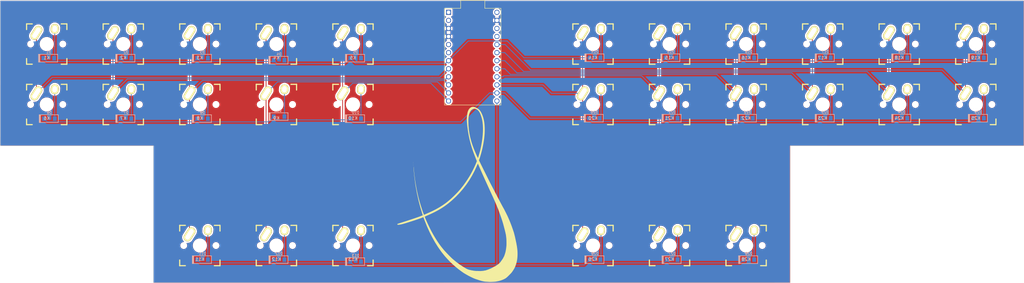
<source format=kicad_pcb>
(kicad_pcb (version 20221018) (generator pcbnew)
  (layers (0 "F.Cu" signal) (31 "B.Cu" signal) (34 "B.Paste" user) (35 "F.Paste" user) (36 "B.SilkS" user "B.Silkscreen") (37 "F.SilkS" user "F.Silkscreen") (38 "B.Mask" user) (39 "F.Mask" user) (44 "Edge.Cuts" user))
  (net 0 "")
  (net 1 "Net-(D1-A)")
  (net 2 "/Row0")
  (net 3 "Net-(D2-A)")
  (net 4 "Net-(D3-A)")
  (net 5 "Net-(D4-A)")
  (net 6 "Net-(D5-A)")
  (net 7 "Net-(D6-A)")
  (net 8 "/Row1")
  (net 9 "Net-(D7-A)")
  (net 10 "Net-(D8-A)")
  (net 11 "Net-(D9-A)")
  (net 12 "Net-(D10-A)")
  (net 13 "Net-(D11-A)")
  (net 14 "/Row2")
  (net 15 "Net-(D12-A)")
  (net 16 "Net-(D13-A)")
  (net 17 "Net-(D14-A)")
  (net 18 "Net-(D15-A)")
  (net 19 "Net-(D16-A)")
  (net 20 "Net-(D17-A)")
  (net 21 "Net-(D18-A)")
  (net 22 "Net-(D19-A)")
  (net 23 "Net-(D20-A)")
  (net 24 "Net-(D21-A)")
  (net 25 "Net-(D22-A)")
  (net 26 "Net-(D23-A)")
  (net 27 "Net-(D24-A)")
  (net 28 "Net-(D25-A)")
  (net 29 "Net-(D26-A)")
  (net 30 "Net-(D27-A)")
  (net 31 "Net-(D28-A)")
  (net 32 "/Col0")
  (net 33 "/Col1")
  (net 34 "/Col2")
  (net 35 "/Col3")
  (net 36 "/Col4")
  (net 37 "/Col5")
  (net 38 "/Col6")
  (net 39 "/Col7")
  (net 40 "/Col8")
  (net 41 "/Col9")
  (net 42 "/Col10")
  (net 49 "VCC")
  (net 50 "GND")
  (footprint "new:Mx_Alps_125" (layer "F.Cu") (at 254.08 100.04)
    (fp_text reference "K15")
    (fp_text value "KEYSW" hide)
  )
  (footprint "new:Mx_Alps_125" (layer "F.Cu") (at 57.785 119.09)
    (fp_text reference "K6")
    (fp_text value "KEYSW" hide)
  )
  (footprint "new:Mx_Alps_125" (layer "F.Cu") (at 229.95 163.54)
    (fp_text reference "K26")
    (fp_text value "KEYSW" hide)
  )
  (footprint "new:Mx_Alps_125" (layer "F.Cu") (at 350.6 119.09)
    (fp_text reference "K25")
    (fp_text value "KEYSW" hide)
  )
  (footprint "new:Mx_Alps_125" (layer "F.Cu") (at 302.34 100.04)
    (fp_text reference "K17")
    (fp_text value "KEYSW" hide)
  )
  (footprint "new:Mx_Alps_125" (layer "F.Cu") (at 254.08 163.54)
    (fp_text reference "K27")
    (fp_text value "KEYSW" hide)
  )
  (footprint "new:Mx_Alps_125" (layer "F.Cu") (at 326.47 100.04)
    (fp_text reference "K18")
    (fp_text value "KEYSW" hide)
  )
  (footprint "new:Mx_Alps_125" (layer "F.Cu") (at 130.175 100.04)
    (fp_text reference "K4")
    (fp_text value "KEYSW" hide)
  )
  (footprint "new:Mx_Alps_125" (layer "F.Cu") (at 254.08 119.09)
    (fp_text reference "K21")
    (fp_text value "KEYSW" hide)
  )
  (footprint "new:Mx_Alps_125" (layer "F.Cu") (at 106.045 119.09)
    (fp_text reference "K8")
    (fp_text value "KEYSW" hide)
  )
  (footprint "new:Mx_Alps_125" (layer "F.Cu") (at 130.175 163.54)
    (fp_text reference "K12")
    (fp_text value "KEYSW" hide)
  )
  (footprint "new:Mx_Alps_125" (layer "F.Cu") (at 106.045 100.04)
    (fp_text reference "K3")
    (fp_text value "KEYSW" hide)
  )
  (footprint "new:Mx_Alps_125" (layer "F.Cu") (at 278.21 119.09)
    (fp_text reference "K22")
    (fp_text value "KEYSW" hide)
  )
  (footprint "new:Mx_Alps_125" (layer "F.Cu") (at 57.785 100.04)
    (fp_text reference "K1")
    (fp_text value "KEYSW" hide)
  )
  (footprint "new:Mx_Alps_125" (layer "F.Cu") (at 229.95 119.09)
    (fp_text reference "K20")
    (fp_text value "KEYSW" hide)
  )
  (footprint "new:Mx_Alps_125" (layer "F.Cu") (at 326.47 119.09)
    (fp_text reference "K24")
    (fp_text value "KEYSW" hide)
  )
  (footprint "new:ProMicro-EnforcedTop" (layer "F.Cu") (at 192.0494 104.013 -90)
    (fp_text reference "U1" hide)
    (fp_text value "ProMicro")
  )
  (footprint "LOGO" (layer "F.Cu") (at 193.5734 146.685)
    (fp_text reference "")
    (fp_text value "LOGO" hide)
  )
  (footprint "new:Mx_Alps_125" (layer "F.Cu") (at 350.6 100.04)
    (fp_text reference "K19")
    (fp_text value "KEYSW" hide)
  )
  (footprint "new:Mx_Alps_125" (layer "F.Cu") (at 302.34 119.09)
    (fp_text reference "K23")
    (fp_text value "KEYSW" hide)
  )
  (footprint "new:Mx_Alps_125" (layer "F.Cu") (at 154.305 100.04)
    (fp_text reference "K5")
    (fp_text value "KEYSW" hide)
  )
  (footprint "new:Mx_Alps_125" (layer "F.Cu") (at 130.175 119.09)
    (fp_text reference "K9")
    (fp_text value "KEYSW" hide)
  )
  (footprint "new:Mx_Alps_125" (layer "F.Cu") (at 81.915 119.09)
    (fp_text reference "K7")
    (fp_text value "KEYSW" hide)
  )
  (footprint "new:Mx_Alps_125" (layer "F.Cu") (at 81.915 100.04)
    (fp_text reference "K2")
    (fp_text value "KEYSW" hide)
  )
  (footprint "new:Mx_Alps_125" (layer "F.Cu") (at 154.305 163.54)
    (fp_text reference "K13")
    (fp_text value "KEYSW" hide)
  )
  (footprint "new:Mx_Alps_125" (layer "F.Cu") (at 229.95 100.04)
    (fp_text reference "K14")
    (fp_text value "KEYSW" hide)
  )
  (footprint "new:Mx_Alps_125" (layer "F.Cu") (at 106.045 163.54)
    (fp_text reference "K11")
    (fp_text value "KEYSW" hide)
  )
  (footprint "new:Mx_Alps_125" (layer "F.Cu") (at 278.21 100.04)
    (fp_text reference "K16")
    (fp_text value "KEYSW" hide)
  )
  (footprint "new:Mx_Alps_125" (layer "F.Cu") (at 278.21 163.54)
    (fp_text reference "K28")
    (fp_text value "KEYSW" hide)
  )
  (footprint "new:Mx_Alps_125" (layer "F.Cu") (at 154.305 119.09)
    (fp_text reference "K10")
    (fp_text value "KEYSW" hide)
  )
  (footprint "new:D_SOD123" (layer "B.Cu") (at 106.885 123.535)
    (fp_text reference "D8")
    (fp_text value "D" hide)
  )
  (footprint "new:D_SOD123" (layer "B.Cu") (at 279.05 104.358)
    (fp_text reference "D16")
    (fp_text value "D" hide)
  )
  (footprint "new:D_SOD123" (layer "B.Cu") (at 254.92 167.985)
    (fp_text reference "D27")
    (fp_text value "D" hide)
  )
  (footprint "new:D_SOD123" (layer "B.Cu") (at 230.38 123.408)
    (fp_text reference "D20")
    (fp_text value "D" hide)
  )
  (footprint "new:D_SOD123" (layer "B.Cu") (at 58.625 123.535)
    (fp_text reference "D6")
    (fp_text value "D" hide)
  )
  (footprint "new:D_SOD123" (layer "B.Cu") (at 106.885 167.985)
    (fp_text reference "D11")
    (fp_text value "D" hide)
  )
  (footprint "new:D_SOD123" (layer "B.Cu") (at 254.92 123.408)
    (fp_text reference "D21")
    (fp_text value "D" hide)
  )
  (footprint "new:D_SOD123" (layer "B.Cu") (at 303.18 123.408)
    (fp_text reference "D23")
    (fp_text value "D" hide)
  )
  (footprint "new:D_SOD123" (layer "B.Cu") (at 131.015 105.12)
    (fp_text reference "D4")
    (fp_text value "D" hide)
  )
  (footprint "new:D_SOD123" (layer "B.Cu") (at 327.31 104.358)
    (fp_text reference "D18")
    (fp_text value "D" hide)
  )
  (footprint "new:D_SOD123" (layer "B.Cu") (at 131.015 122.9)
    (fp_text reference "D9")
    (fp_text value "D" hide)
  )
  (footprint "new:D_SOD123" (layer "B.Cu") (at 279.05 167.985)
    (fp_text reference "D28")
    (fp_text value "D" hide)
  )
  (footprint "new:D_SOD123" (layer "B.Cu") (at 230.585 167.985)
    (fp_text reference "D26")
    (fp_text value "D" hide)
  )
  (footprint "new:D_SOD123" (layer "B.Cu") (at 278.64 123.408)
    (fp_text reference "D22")
    (fp_text value "D" hide)
  )
  (footprint "new:D_SOD123" (layer "B.Cu") (at 303.18 104.358)
    (fp_text reference "D17")
    (fp_text value "D" hide)
  )
  (footprint "new:D_SOD123" (layer "B.Cu") (at 351.44 123.408)
    (fp_text reference "D25")
    (fp_text value "D" hide)
  )
  (footprint "new:D_SOD123" (layer "B.Cu") (at 327.31 123.408)
    (fp_text reference "D24")
    (fp_text value "D" hide)
  )
  (footprint "new:D_SOD123" (layer "B.Cu") (at 155.145 168.62)
    (fp_text reference "D13")
    (fp_text value "D" hide)
  )
  (footprint "new:D_SOD123" (layer "B.Cu") (at 155.145 104.485)
    (fp_text reference "D5")
    (fp_text value "D" hide)
  )
  (footprint "new:D_SOD123" (layer "B.Cu") (at 82.755 104.485)
    (fp_text reference "D2")
    (fp_text value "D" hide)
  )
  (footprint "new:D_SOD123" (layer "B.Cu") (at 230.585 104.358)
    (fp_text reference "D14")
    (fp_text value "D" hide)
  )
  (footprint "new:D_SOD123" (layer "B.Cu") (at 131.015 167.985)
    (fp_text reference "D12")
    (fp_text value "D" hide)
  )
  (footprint "new:D_SOD123" (layer "B.Cu") (at 254.51 104.358)
    (fp_text reference "D15")
    (fp_text value "D" hide)
  )
  (footprint "new:D_SOD123" (layer "B.Cu") (at 106.885 104.485)
    (fp_text reference "D3")
    (fp_text value "D" hide)
  )
  (footprint "new:D_SOD123" (layer "B.Cu") (at 82.755 123.535)
    (fp_text reference "D7")
    (fp_text value "D" hide)
  )
  (footprint "new:D_SOD123" (layer "B.Cu") (at 351.44 104.358)
    (fp_text reference "D19")
    (fp_text value "D" hide)
  )
  (footprint "new:D_SOD123" (layer "B.Cu") (at 58.42 104.485)
    (fp_text reference "D1")
    (fp_text value "D" hide)
  )
  (footprint "new:D_SOD123" (layer "B.Cu") (at 155.145 123.535)
    (fp_text reference "D10")
    (fp_text value "D" hide)
  )
  (gr_line (start 91.44 132.08) (end 91.44 175.26) (stroke (width 0.1)) (layer "Edge.Cuts"))
  (gr_line (start 43.18 132.08) (end 91.44 132.08) (stroke (width 0.1)) (layer "Edge.Cuts"))
  (gr_line (start 365.76 132.08) (end 365.76 86.36) (stroke (width 0.1)) (layer "Edge.Cuts"))
  (gr_line (start 43.18 88.9) (end 43.18 132.08) (stroke (width 0.1)) (layer "Edge.Cuts"))
  (gr_line (start 292.1 175.26) (end 292.1 132.08) (stroke (width 0.1)) (layer "Edge.Cuts"))
  (gr_line (start 292.1 132.08) (end 365.76 132.08) (stroke (width 0.1)) (layer "Edge.Cuts"))
  (gr_line (start 91.44 175.26) (end 292.1 175.26) (stroke (width 0.1)) (layer "Edge.Cuts"))
  (gr_line (start 365.76 86.36) (end 43.18 86.36) (stroke (width 0.1)) (layer "Edge.Cuts"))
  (gr_line (start 43.18 86.36) (end 43.18 88.9) (stroke (width 0.1)) (layer "Edge.Cuts"))
  (segment (start 60.305 104.3) (end 60.12 104.485) (width 0.25) (layer "B.Cu") (net 1))
  (segment (start 60.305 95.25) (end 60.305 104.3) (width 0.25) (layer "B.Cu") (net 1))
  (segment (start 57.745 105.51) (end 80.03 105.51) (width 0.25) (layer "B.Cu") (net 2))
  (segment (start 155.042999 106.082999) (end 153.445 104.485) (width 0.25) (layer "B.Cu") (net 2))
  (segment (start 130.34 106.145) (end 129.315 105.12) (width 0.25) (layer "B.Cu") (net 2))
  (segment (start 104.16 105.51) (end 82.08 105.51) (width 0.25) (layer "B.Cu") (net 2))
  (segment (start 183.629401 106.082999) (end 155.042999 106.082999) (width 0.25) (layer "B.Cu") (net 2))
  (segment (start 301.48 104.358) (end 300.455 105.383) (width 0.25) (layer "B.Cu") (net 2))
  (segment (start 300.455 105.383) (end 278.375 105.383) (width 0.25) (layer "B.Cu") (net 2))
  (segment (start 228.885 104.358) (end 208.188991 104.358) (width 0.25) (layer "B.Cu") (net 2))
  (segment (start 106.21 105.51) (end 105.185 104.485) (width 0.25) (layer "B.Cu") (net 2))
  (segment (start 251.785 105.383) (end 252.81 104.358) (width 0.25) (layer "B.Cu") (net 2))
  (segment (start 202.908991 99.078) (end 208.188991 104.358) (width 0.25) (layer "B.Cu") (net 2))
  (segment (start 151.785 106.145) (end 130.34 106.145) (width 0.25) (layer "B.Cu") (net 2))
  (segment (start 128.925 105.51) (end 106.21 105.51) (width 0.25) (layer "B.Cu") (net 2))
  (segment (start 348.715 105.383) (end 326.635 105.383) (width 0.25) (layer "B.Cu") (net 2))
  (segment (start 325.61 104.358) (end 324.585 105.383) (width 0.25) (layer "B.Cu") (net 2))
  (segment (start 228.885 104.358) (end 229.91 105.383) (width 0.25) (layer "B.Cu") (net 2))
  (segment (start 276.325 105.383) (end 277.35 104.358) (width 0.25) (layer "B.Cu") (net 2))
  (segment (start 253.835 105.383) (end 276.325 105.383) (width 0.25) (layer "B.Cu") (net 2))
  (segment (start 190.6344 99.078) (end 202.908991 99.078) (width 0.25) (layer "B.Cu") (net 2))
  (segment (start 229.91 105.383) (end 251.785 105.383) (width 0.25) (layer "B.Cu") (net 2))
  (segment (start 252.81 104.358) (end 253.835 105.383) (width 0.25) (layer "B.Cu") (net 2))
  (segment (start 56.72 104.485) (end 57.745 105.51) (width 0.25) (layer "B.Cu") (net 2))
  (segment (start 184.4294 105.283) (end 190.6344 99.078) (width 0.25) (layer "B.Cu") (net 2))
  (segment (start 105.185 104.485) (end 104.16 105.51) (width 0.25) (layer "B.Cu") (net 2))
  (segment (start 349.74 104.358) (end 348.715 105.383) (width 0.25) (layer "B.Cu") (net 2))
  (segment (start 129.315 105.12) (end 128.925 105.51) (width 0.25) (layer "B.Cu") (net 2))
  (segment (start 184.4294 105.283) (end 183.629401 106.082999) (width 0.25) (layer "B.Cu") (net 2))
  (segment (start 80.03 105.51) (end 81.055 104.485) (width 0.25) (layer "B.Cu") (net 2))
  (segment (start 324.585 105.383) (end 302.505 105.383) (width 0.25) (layer "B.Cu") (net 2))
  (segment (start 302.505 105.383) (end 301.48 104.358) (width 0.25) (layer "B.Cu") (net 2))
  (segment (start 278.375 105.383) (end 277.35 104.358) (width 0.25) (layer "B.Cu") (net 2))
  (segment (start 151.785 106.145) (end 153.445 104.485) (width 0.25) (layer "B.Cu") (net 2))
  (segment (start 326.635 105.383) (end 325.61 104.358) (width 0.25) (layer "B.Cu") (net 2))
  (segment (start 82.08 105.51) (end 81.055 104.485) (width 0.25) (layer "B.Cu") (net 2))
  (segment (start 84.435 95.25) (end 84.435 104.465) (width 0.25) (layer "B.Cu") (net 3))
  (segment (start 84.435 104.465) (end 84.455 104.485) (width 0.25) (layer "B.Cu") (net 3))
  (segment (start 108.565 95.25) (end 108.565 104.465) (width 0.25) (layer "B.Cu") (net 4))
  (segment (start 108.565 104.465) (end 108.585 104.485) (width 0.25) (layer "B.Cu") (net 4))
  (segment (start 132.695 95.25) (end 132.695 105.1) (width 0.25) (layer "B.Cu") (net 5))
  (segment (start 132.695 105.1) (end 132.715 105.12) (width 0.25) (layer "B.Cu") (net 5))
  (segment (start 156.825 104.465) (end 156.845 104.485) (width 0.25) (layer "B.Cu") (net 6))
  (segment (start 156.825 95.25) (end 156.825 104.465) (width 0.25) (layer "B.Cu") (net 6))
  (segment (start 60.305 123.515) (end 60.325 123.535) (width 0.25) (layer "B.Cu") (net 7))
  (segment (start 60.305 114.3) (end 60.305 123.515) (width 0.25) (layer "B.Cu") (net 7))
  (segment (start 210.118 123.408) (end 202.153 115.443) (width 0.25) (layer "B.Cu") (net 8))
  (segment (start 153.445 123.535) (end 154.47 124.56) (width 0.25) (layer "B.Cu") (net 8))
  (segment (start 127.655 124.56) (end 106.21 124.56) (width 0.25) (layer "B.Cu") (net 8))
  (segment (start 106.21 124.56) (end 105.185 123.535) (width 0.25) (layer "B.Cu") (net 8))
  (segment (start 104.16 124.56) (end 82.08 124.56) (width 0.25) (layer "B.Cu") (net 8))
  (segment (start 254.245 124.433) (end 275.915 124.433) (width 0.25) (layer "B.Cu") (net 8))
  (segment (start 202.153 115.443) (end 199.6694 115.443) (width 0.25) (layer "B.Cu") (net 8))
  (segment (start 130.34 123.925) (end 129.315 122.9) (width 0.25) (layer "B.Cu") (net 8))
  (segment (start 154.47 124.56) (end 188.21 124.56) (width 0.25) (layer "B.Cu") (net 8))
  (segment (start 229.705 124.433) (end 252.195 124.433) (width 0.25) (layer "B.Cu") (net 8))
  (segment (start 348.715 124.433) (end 349.74 123.408) (width 0.25) (layer "B.Cu") (net 8))
  (segment (start 275.915 124.433) (end 276.94 123.408) (width 0.25) (layer "B.Cu") (net 8))
  (segment (start 228.68 123.408) (end 229.705 124.433) (width 0.25) (layer "B.Cu") (net 8))
  (segment (start 326.635 124.433) (end 348.715 124.433) (width 0.25) (layer "B.Cu") (net 8))
  (segment (start 276.94 123.408) (end 277.965 124.433) (width 0.25) (layer "B.Cu") (net 8))
  (segment (start 80.03 124.56) (end 57.95 124.56) (width 0.25) (layer "B.Cu") (net 8))
  (segment (start 129.315 122.9) (end 127.655 124.56) (width 0.25) (layer "B.Cu") (net 8))
  (segment (start 210.118 123.408) (end 228.68 123.408) (width 0.25) (layer "B.Cu") (net 8))
  (segment (start 324.585 124.433) (end 325.61 123.408) (width 0.25) (layer "B.Cu") (net 8))
  (segment (start 153.055 123.925) (end 130.34 123.925) (width 0.25) (layer "B.Cu") (net 8))
  (segment (start 301.48 123.408) (end 302.505 124.433) (width 0.25) (layer "B.Cu") (net 8))
  (segment (start 253.22 123.408) (end 254.245 124.433) (width 0.25) (layer "B.Cu") (net 8))
  (segment (start 277.965 124.433) (end 300.455 124.433) (width 0.25) (layer "B.Cu") (net 8))
  (segment (start 325.61 123.408) (end 326.635 124.433) (width 0.25) (layer "B.Cu") (net 8))
  (segment (start 197.327 115.443) (end 199.6694 115.443) (width 0.25) (layer "B.Cu") (net 8))
  (segment (start 57.95 124.56) (end 56.925 123.535) (width 0.25) (layer "B.Cu") (net 8))
  (segment (start 188.21 124.56) (end 197.327 115.443) (width 0.25) (layer "B.Cu") (net 8))
  (segment (start 81.055 123.535) (end 80.03 124.56) (width 0.25) (layer "B.Cu") (net 8))
  (segment (start 300.455 124.433) (end 301.48 123.408) (width 0.25) (layer "B.Cu") (net 8))
  (segment (start 82.08 124.56) (end 81.055 123.535) (width 0.25) (layer "B.Cu") (net 8))
  (segment (start 302.505 124.433) (end 324.585 124.433) (width 0.25) (layer "B.Cu") (net 8))
  (segment (start 252.195 124.433) (end 253.22 123.408) (width 0.25) (layer "B.Cu") (net 8))
  (segment (start 105.185 123.535) (end 104.16 124.56) (width 0.25) (layer "B.Cu") (net 8))
  (segment (start 84.435 114.3) (end 84.435 123.515) (width 0.25) (layer "B.Cu") (net 9))
  (segment (start 84.435 123.515) (end 84.455 123.535) (width 0.25) (layer "B.Cu") (net 9))
  (segment (start 108.565 123.515) (end 108.585 123.535) (width 0.25) (layer "B.Cu") (net 10))
  (segment (start 108.565 114.3) (end 108.565 123.515) (width 0.25) (layer "B.Cu") (net 10))
  (segment (start 132.695 114.3) (end 132.695 122.88) (width 0.25) (layer "B.Cu") (net 11))
  (segment (start 132.695 122.88) (end 132.715 122.9) (width 0.25) (layer "B.Cu") (net 11))
  (segment (start 156.825 123.515) (end 156.845 123.535) (width 0.25) (layer "B.Cu") (net 12))
  (segment (start 156.825 114.3) (end 156.825 123.515) (width 0.25) (layer "B.Cu") (net 12))
  (segment (start 108.565 167.965) (end 108.585 167.985) (width 0.25) (layer "B.Cu") (net 13))
  (segment (start 108.565 158.75) (end 108.565 167.965) (width 0.25) (layer "B.Cu") (net 13))
  (segment (start 130.34 169.01) (end 129.315 167.985) (width 0.25) (layer "B.Cu") (net 14))
  (segment (start 252.195 169.01) (end 229.91 169.01) (width 0.25) (layer "B.Cu") (net 14))
  (segment (start 128.29 169.01) (end 129.315 167.985) (width 0.25) (layer "B.Cu") (net 14))
  (segment (start 199.6694 169.5434) (end 199.771 169.645) (width 0.25) (layer "B.Cu") (net 14))
  (segment (start 153.055 169.01) (end 130.34 169.01) (width 0.25) (layer "B.Cu") (net 14))
  (segment (start 198.12 169.645) (end 199.771 169.645) (width 0.25) (layer "B.Cu") (net 14))
  (segment (start 105.185 167.985) (end 106.21 169.01) (width 0.25) (layer "B.Cu") (net 14))
  (segment (start 106.21 169.01) (end 128.29 169.01) (width 0.25) (layer "B.Cu") (net 14))
  (segment (start 199.6694 117.983) (end 199.6694 169.5434) (width 0.25) (layer "B.Cu") (net 14))
  (segment (start 153.445 168.62) (end 153.055 169.01) (width 0.25) (layer "B.Cu") (net 14))
  (segment (start 276.325 169.01) (end 254.245 169.01) (width 0.25) (layer "B.Cu") (net 14))
  (segment (start 183 169.645) (end 198.12 169.645) (width 0.25) (layer "B.Cu") (net 14))
  (segment (start 227.225 169.645) (end 228.885 167.985) (width 0.25) (layer "B.Cu") (net 14))
  (segment (start 277.35 167.985) (end 276.325 169.01) (width 0.25) (layer "B.Cu") (net 14))
  (segment (start 253.22 167.985) (end 252.195 169.01) (width 0.25) (layer "B.Cu") (net 14))
  (segment (start 229.91 169.01) (end 228.885 167.985) (width 0.25) (layer "B.Cu") (net 14))
  (segment (start 254.245 169.01) (end 253.22 167.985) (width 0.25) (layer "B.Cu") (net 14))
  (segment (start 153.445 168.62) (end 154.47 169.645) (width 0.25) (layer "B.Cu") (net 14))
  (segment (start 199.771 169.645) (end 227.225 169.645) (width 0.25) (layer "B.Cu") (net 14))
  (segment (start 154.47 169.645) (end 183 169.645) (width 0.25) (layer "B.Cu") (net 14))
  (segment (start 132.715 167.985) (end 132.715 158.77) (width 0.25) (layer "B.Cu") (net 15))
  (segment (start 132.715 158.77) (end 132.695 158.75) (width 0.25) (layer "B.Cu") (net 15))
  (segment (start 156.845 168.62) (end 156.845 158.77) (width 0.25) (layer "B.Cu") (net 16))
  (segment (start 156.845 158.77) (end 156.825 158.75) (width 0.25) (layer "B.Cu") (net 16))
  (segment (start 232.47 95.25) (end 232.47 104.173) (width 0.25) (layer "B.Cu") (net 17))
  (segment (start 232.47 104.173) (end 232.285 104.358) (width 0.25) (layer "B.Cu") (net 17))
  (segment (start 256.6 103.968) (end 256.21 104.358) (width 0.25) (layer "B.Cu") (net 18))
  (segment (start 256.6 95.25) (end 256.6 103.968) (width 0.25) (layer "B.Cu") (net 18))
  (segment (start 280.73 104.338) (end 280.75 104.358) (width 0.25) (layer "B.Cu") (net 19))
  (segment (start 280.73 95.25) (end 280.73 104.338) (width 0.25) (layer "B.Cu") (net 19))
  (segment (start 304.86 95.25) (end 304.86 104.338) (width 0.25) (layer "B.Cu") (net 20))
  (segment (start 304.86 104.338) (end 304.88 104.358) (width 0.25) (layer "B.Cu") (net 20))
  (segment (start 328.99 95.25) (end 328.99 104.338) (width 0.25) (layer "B.Cu") (net 21))
  (segment (start 328.99 104.338) (end 329.01 104.358) (width 0.25) (layer "B.Cu") (net 21))
  (segment (start 353.12 104.338) (end 353.14 104.358) (width 0.25) (layer "B.Cu") (net 22))
  (segment (start 353.12 95.25) (end 353.12 104.338) (width 0.25) (layer "B.Cu") (net 22))
  (segment (start 232.47 123.018) (end 232.08 123.408) (width 0.25) (layer "B.Cu") (net 23))
  (segment (start 232.47 114.3) (end 232.47 123.018) (width 0.25) (layer "B.Cu") (net 23))
  (segment (start 256.6 114.3) (end 256.6 123.388) (width 0.25) (layer "B.Cu") (net 24))
  (segment (start 256.6 123.388) (end 256.62 123.408) (width 0.25) (layer "B.Cu") (net 24))
  (segment (start 280.73 123.018) (end 280.34 123.408) (width 0.25) (layer "B.Cu") (net 25))
  (segment (start 280.73 114.3) (end 280.73 123.018) (width 0.25) (layer "B.Cu") (net 25))
  (segment (start 304.86 114.3) (end 304.86 123.388) (width 0.25) (layer "B.Cu") (net 26))
  (segment (start 304.86 123.388) (end 304.88 123.408) (width 0.25) (layer "B.Cu") (net 26))
  (segment (start 328.99 114.3) (end 328.99 123.388) (width 0.25) (layer "B.Cu") (net 27))
  (segment (start 328.99 123.388) (end 329.01 123.408) (width 0.25) (layer "B.Cu") (net 27))
  (segment (start 353.12 114.3) (end 353.12 123.388) (width 0.25) (layer "B.Cu") (net 28))
  (segment (start 353.12 123.388) (end 353.14 123.408) (width 0.25) (layer "B.Cu") (net 28))
  (segment (start 232.47 158.75) (end 232.47 167.8) (width 0.25) (layer "B.Cu") (net 29))
  (segment (start 232.47 167.8) (end 232.285 167.985) (width 0.25) (layer "B.Cu") (net 29))
  (segment (start 256.6 167.965) (end 256.62 167.985) (width 0.25) (layer "B.Cu") (net 30))
  (segment (start 256.6 158.75) (end 256.6 167.965) (width 0.25) (layer "B.Cu") (net 30))
  (segment (start 280.73 167.965) (end 280.75 167.985) (width 0.25) (layer "B.Cu") (net 31))
  (segment (start 280.73 158.75) (end 280.73 167.965) (width 0.25) (layer "B.Cu") (net 31))
  (segment (start 54.53 115.57) (end 54.53 96.52) (width 0.25) (layer "F.Cu") (net 32))
  (segment (start 181.657452 110.594948) (end 184.4294 107.823) (width 0.25) (layer "B.Cu") (net 32))
  (segment (start 179.225748 110.594948) (end 181.657452 110.594948) (width 0.25) (layer "B.Cu") (net 32))
  (segment (start 179.2208 110.59) (end 179.225748 110.594948) (width 0.25) (layer "B.Cu") (net 32))
  (segment (start 59.51 110.59) (end 179.2208 110.59) (width 0.25) (layer "B.Cu") (net 32))
  (segment (start 54.53 115.57) (end 59.51 110.59) (width 0.25) (layer "B.Cu") (net 32))
  (segment (start 78.66 115.57) (end 78.66 96.52) (width 0.25) (layer "F.Cu") (net 33))
  (segment (start 83.185052 111.044948) (end 183.747452 111.044948) (width 0.25) (layer "B.Cu") (net 33))
  (segment (start 183.747452 111.044948) (end 184.4294 110.363) (width 0.25) (layer "B.Cu") (net 33))
  (segment (start 78.66 115.57) (end 83.185052 111.044948) (width 0.25) (layer "B.Cu") (net 33))
  (segment (start 102.79 115.57) (end 102.79 96.52) (width 0.25) (layer "F.Cu") (net 34))
  (segment (start 102.79 115.57) (end 102.79 160.02) (width 0.25) (layer "F.Cu") (net 34))
  (segment (start 106.865052 111.494948) (end 183.021348 111.494948) (width 0.25) (layer "B.Cu") (net 34))
  (segment (start 102.79 115.57) (end 106.865052 111.494948) (width 0.25) (layer "B.Cu") (net 34))
  (segment (start 183.021348 111.494948) (end 184.4294 112.903) (width 0.25) (layer "B.Cu") (net 34))
  (segment (start 126.92 115.57) (end 126.92 96.52) (width 0.25) (layer "F.Cu") (net 35))
  (segment (start 126.92 115.57) (end 126.92 160.02) (width 0.25) (layer "F.Cu") (net 35))
  (segment (start 130.545052 111.944948) (end 180.931348 111.944948) (width 0.25) (layer "B.Cu") (net 35))
  (segment (start 126.92 115.57) (end 130.545052 111.944948) (width 0.25) (layer "B.Cu") (net 35))
  (segment (start 180.931348 111.944948) (end 184.4294 115.443) (width 0.25) (layer "B.Cu") (net 35))
  (segment (start 151.05 115.57) (end 151.05 96.52) (width 0.25) (layer "F.Cu") (net 36))
  (segment (start 151.05 115.57) (end 151.05 160.02) (width 0.25) (layer "F.Cu") (net 36))
  (segment (start 178.841348 112.394948) (end 184.4294 117.983) (width 0.25) (layer "B.Cu") (net 36))
  (segment (start 154.225052 112.394948) (end 178.841348 112.394948) (width 0.25) (layer "B.Cu") (net 36))
  (segment (start 151.05 115.57) (end 154.225052 112.394948) (width 0.25) (layer "B.Cu") (net 36))
  (segment (start 226.695 160.02) (end 226.695 96.52) (width 0.25) (layer "F.Cu") (net 37))
  (segment (start 214.187595 112.903) (end 199.6694 112.903) (width 0.25) (layer "B.Cu") (net 37))
  (segment (start 216.854595 115.57) (end 214.187595 112.903) (width 0.25) (layer "B.Cu") (net 37))
  (segment (start 226.695 115.57) (end 216.854595 115.57) (width 0.25) (layer "B.Cu") (net 37))
  (segment (start 250.825 96.52) (end 250.825 160.02) (width 0.25) (layer "F.Cu") (net 38))
  (segment (start 245.295 110.04) (end 201.83 110.04) (width 0.25) (layer "B.Cu") (net 38))
  (segment (start 201.83 110.04) (end 201.507 110.363) (width 0.25) (layer "B.Cu") (net 38))
  (segment (start 250.825 115.57) (end 245.295 110.04) (width 0.25) (layer "B.Cu") (net 38))
  (segment (start 201.507 110.363) (end 199.6694 110.363) (width 0.25) (layer "B.Cu") (net 38))
  (segment (start 274.955 96.52) (end 274.955 160.02) (width 0.25) (layer "F.Cu") (net 39))
  (segment (start 268.955 109.57) (end 268.935 109.59) (width 0.25) (layer "B.Cu") (net 39))
  (segment (start 203.92 109.59) (end 202.153 107.823) (width 0.25) (layer "B.Cu") (net 39))
  (segment (start 274.955 115.57) (end 268.955 109.57) (width 0.25) (layer "B.Cu") (net 39))
  (segment (start 268.935 109.59) (end 203.92 109.59) (width 0.25) (layer "B.Cu") (net 39))
  (segment (start 202.153 107.823) (end 199.6694 107.823) (width 0.25) (layer "B.Cu") (net 39))
  (segment (start 299.085 96.52) (end 299.085 115.57) (width 0.25) (layer "F.Cu") (net 40))
  (segment (start 292.635 109.12) (end 205.99 109.12) (width 0.25) (layer "B.Cu") (net 40))
  (segment (start 299.085 115.57) (end 292.635 109.12) (width 0.25) (layer "B.Cu") (net 40))
  (segment (start 205.99 109.12) (end 202.153 105.283) (width 0.25) (layer "B.Cu") (net 40))
  (segment (start 202.153 105.283) (end 199.6694 105.283) (width 0.25) (layer "B.Cu") (net 40))
  (segment (start 323.215 96.52) (end 323.215 115.57) (width 0.25) (layer "F.Cu") (net 41))
  (segment (start 208.08 108.67) (end 202.153 102.743) (width 0.25) (layer "B.Cu") (net 41))
  (segment (start 316.315 108.67) (end 208.08 108.67) (width 0.25) (layer "B.Cu") (net 41))
  (segment (start 323.215 115.57) (end 316.315 108.67) (width 0.25) (layer "B.Cu") (net 41))
  (segment (start 202.153 102.743) (end 199.6694 102.743) (width 0.25) (layer "B.Cu") (net 41))
  (segment (start 347.345 96.52) (end 347.345 115.57) (width 0.25) (layer "F.Cu") (net 42))
  (segment (start 210.2866 108.22) (end 202.2696 100.203) (width 0.25) (layer "B.Cu") (net 42))
  (segment (start 210.2866 108.22) (end 210.17 108.22) (width 0.25) (layer "B.Cu") (net 42))
  (segment (start 202.2696 100.203) (end 199.6694 100.203) (width 0.25) (layer "B.Cu") (net 42))
  (segment (start 339.995 108.22) (end 210.2866 108.22) (width 0.25) (layer "B.Cu") (net 42))
  (segment (start 347.345 115.57) (end 339.995 108.22) (width 0.25) (layer "B.Cu") (net 42))
  (zone (net 50) (net_name "GND") (layer "F.Cu") (connect_pads (clearance 0.5)) (min_thickness 0.25) (fill yes (thermal_gap 0.5) (thermal_bridge_width 0.5))
    (polygon (pts (xy 43.21 86.36) (xy 43.19 132.08) (xy 91.44 132.08) (xy 91.44 175.26) (xy 292.1 175.24) (xy 292.12 132.09) (xy 365.76 132.08) (xy 365.77 86.35)))
  )
  (zone (net 50) (net_name "GND") (layer "B.Cu") (connect_pads (clearance 0.5)) (min_thickness 0.25) (fill yes (thermal_gap 0.5) (thermal_bridge_width 0.5))
    (polygon (pts (xy 43.077667 86.2813) (xy 43.057667 132.0013) (xy 91.307667 132.0013) (xy 91.307667 175.1813) (xy 291.967667 175.1613) (xy 291.987667 132.0113) (xy 365.627667 132.0013) (xy 365.637667 86.2713)))
  )
)
</source>
